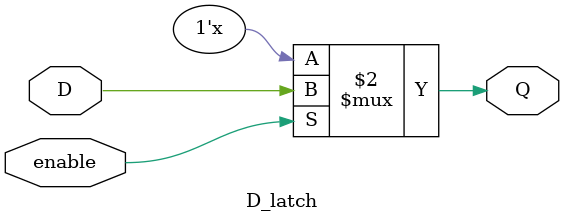
<source format=v>
module D_latch(Q, D, enable);

    output Q;
    input D, enable;

    reg Q;

    always @(enable or D)

        if(enable) Q <= D;

endmodule
</source>
